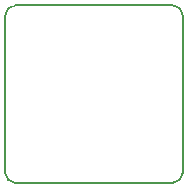
<source format=gm1>
G04 #@! TF.FileFunction,Profile,NP*
%FSLAX46Y46*%
G04 Gerber Fmt 4.6, Leading zero omitted, Abs format (unit mm)*
G04 Created by KiCad (PCBNEW 4.0.6) date 07/26/17 22:00:31*
%MOMM*%
%LPD*%
G01*
G04 APERTURE LIST*
%ADD10C,0.100000*%
%ADD11C,0.150000*%
G04 APERTURE END LIST*
D10*
D11*
X114200000Y-100000000D02*
G75*
G03X115000000Y-99200000I0J800000D01*
G01*
X115000000Y-85800000D02*
G75*
G03X114200000Y-85000000I-800000J0D01*
G01*
X100800000Y-85000000D02*
G75*
G03X100000000Y-85800000I0J-800000D01*
G01*
X100000000Y-99200000D02*
G75*
G03X100800000Y-100000000I800000J0D01*
G01*
X100000000Y-85800000D02*
X100000000Y-99200000D01*
X100800000Y-85000000D02*
X114200000Y-85000000D01*
X115000000Y-85800000D02*
X115000000Y-99200000D01*
X100800000Y-100000000D02*
X114200000Y-100000000D01*
M02*

</source>
